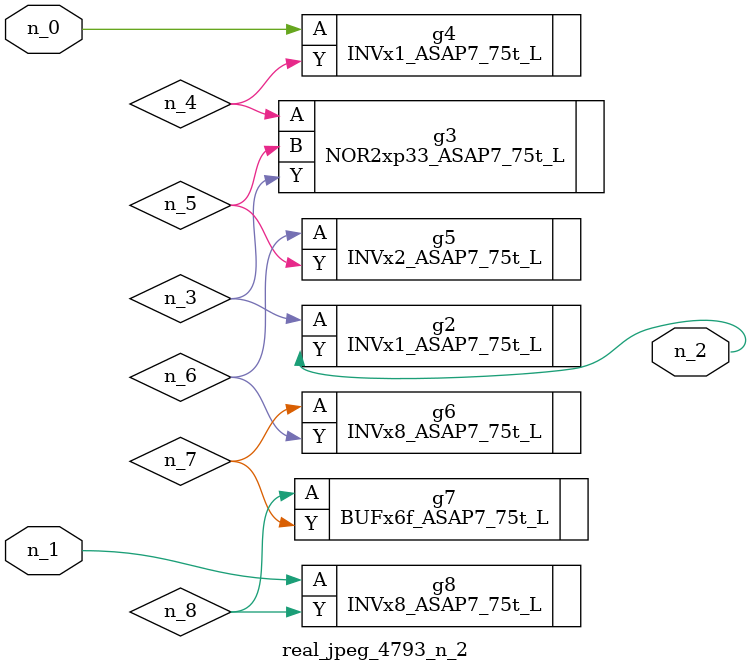
<source format=v>
module real_jpeg_4793_n_2 (n_1, n_0, n_2);

input n_1;
input n_0;

output n_2;

wire n_5;
wire n_4;
wire n_8;
wire n_6;
wire n_7;
wire n_3;

INVx1_ASAP7_75t_L g4 ( 
.A(n_0),
.Y(n_4)
);

INVx8_ASAP7_75t_L g8 ( 
.A(n_1),
.Y(n_8)
);

INVx1_ASAP7_75t_L g2 ( 
.A(n_3),
.Y(n_2)
);

NOR2xp33_ASAP7_75t_L g3 ( 
.A(n_4),
.B(n_5),
.Y(n_3)
);

INVx2_ASAP7_75t_L g5 ( 
.A(n_6),
.Y(n_5)
);

INVx8_ASAP7_75t_L g6 ( 
.A(n_7),
.Y(n_6)
);

BUFx6f_ASAP7_75t_L g7 ( 
.A(n_8),
.Y(n_7)
);


endmodule
</source>
